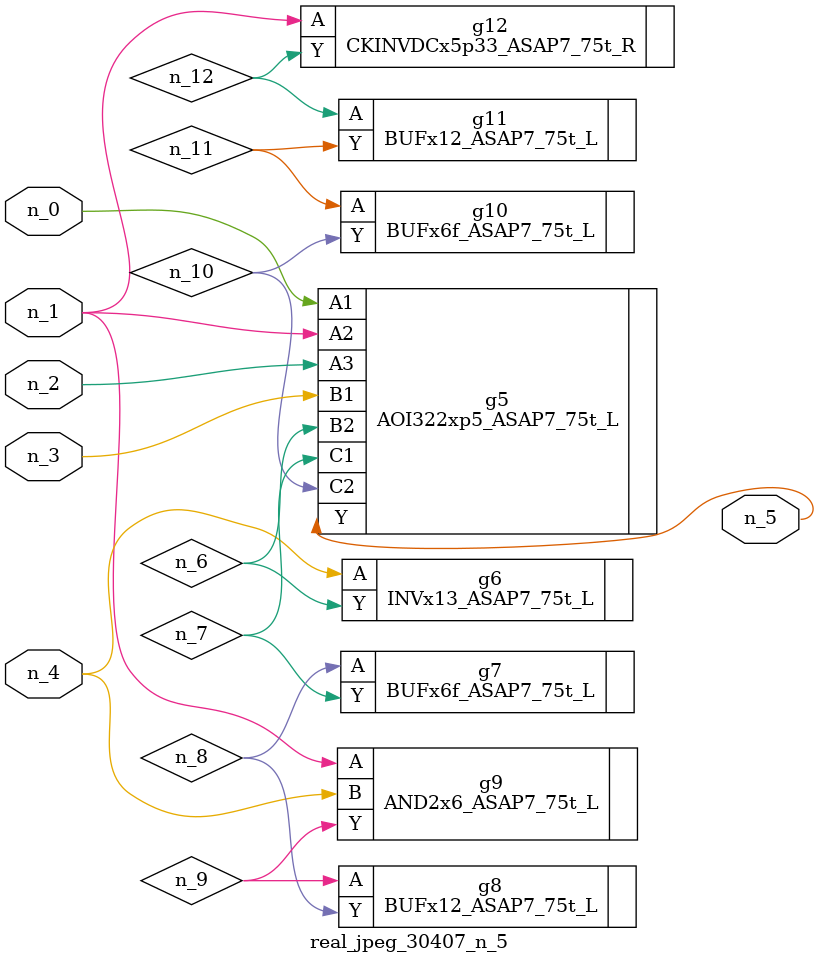
<source format=v>
module real_jpeg_30407_n_5 (n_4, n_0, n_1, n_2, n_3, n_5);

input n_4;
input n_0;
input n_1;
input n_2;
input n_3;

output n_5;

wire n_12;
wire n_8;
wire n_11;
wire n_6;
wire n_7;
wire n_10;
wire n_9;

AOI322xp5_ASAP7_75t_L g5 ( 
.A1(n_0),
.A2(n_1),
.A3(n_2),
.B1(n_3),
.B2(n_6),
.C1(n_7),
.C2(n_10),
.Y(n_5)
);

AND2x6_ASAP7_75t_L g9 ( 
.A(n_1),
.B(n_4),
.Y(n_9)
);

CKINVDCx5p33_ASAP7_75t_R g12 ( 
.A(n_1),
.Y(n_12)
);

INVx13_ASAP7_75t_L g6 ( 
.A(n_4),
.Y(n_6)
);

BUFx6f_ASAP7_75t_L g7 ( 
.A(n_8),
.Y(n_7)
);

BUFx12_ASAP7_75t_L g8 ( 
.A(n_9),
.Y(n_8)
);

BUFx6f_ASAP7_75t_L g10 ( 
.A(n_11),
.Y(n_10)
);

BUFx12_ASAP7_75t_L g11 ( 
.A(n_12),
.Y(n_11)
);


endmodule
</source>
